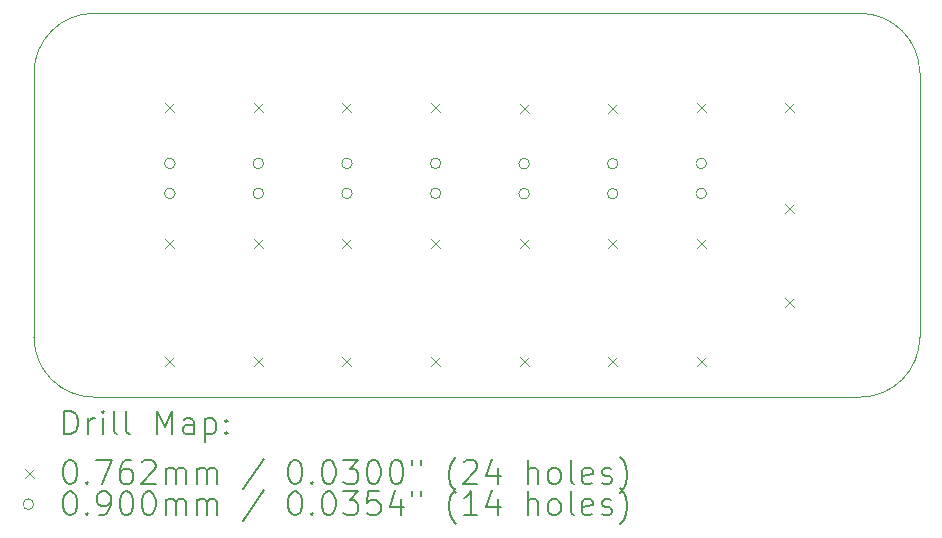
<source format=gbr>
%TF.GenerationSoftware,KiCad,Pcbnew,8.0.1-rc1*%
%TF.CreationDate,2024-04-18T22:38:42-05:00*%
%TF.ProjectId,Emotion LED,456d6f74-696f-46e2-904c-45442e6b6963,rev?*%
%TF.SameCoordinates,Original*%
%TF.FileFunction,Drillmap*%
%TF.FilePolarity,Positive*%
%FSLAX45Y45*%
G04 Gerber Fmt 4.5, Leading zero omitted, Abs format (unit mm)*
G04 Created by KiCad (PCBNEW 8.0.1-rc1) date 2024-04-18 22:38:42*
%MOMM*%
%LPD*%
G01*
G04 APERTURE LIST*
%ADD10C,0.050000*%
%ADD11C,0.200000*%
%ADD12C,0.100000*%
G04 APERTURE END LIST*
D10*
X10542000Y-5800000D02*
X4058000Y-5800000D01*
X11050000Y-3058000D02*
X11050000Y-5292000D01*
X4058000Y-2550000D02*
X10542000Y-2550000D01*
X3550000Y-5292000D02*
X3550000Y-3058000D01*
X11050000Y-5292000D02*
G75*
G02*
X10542000Y-5800000I-508000J0D01*
G01*
X10542000Y-2550000D02*
G75*
G02*
X11050000Y-3058000I0J-508000D01*
G01*
X4058000Y-5800000D02*
G75*
G02*
X3550000Y-5292000I0J508000D01*
G01*
X3550000Y-3058000D02*
G75*
G02*
X4058000Y-2550000I508000J0D01*
G01*
D11*
D12*
X4661900Y-3311900D02*
X4738100Y-3388100D01*
X4738100Y-3311900D02*
X4661900Y-3388100D01*
X4661900Y-4461900D02*
X4738100Y-4538100D01*
X4738100Y-4461900D02*
X4661900Y-4538100D01*
X4661900Y-5461900D02*
X4738100Y-5538100D01*
X4738100Y-5461900D02*
X4661900Y-5538100D01*
X5411900Y-3311900D02*
X5488100Y-3388100D01*
X5488100Y-3311900D02*
X5411900Y-3388100D01*
X5411900Y-4461900D02*
X5488100Y-4538100D01*
X5488100Y-4461900D02*
X5411900Y-4538100D01*
X5411900Y-5461900D02*
X5488100Y-5538100D01*
X5488100Y-5461900D02*
X5411900Y-5538100D01*
X6161900Y-3311900D02*
X6238100Y-3388100D01*
X6238100Y-3311900D02*
X6161900Y-3388100D01*
X6161900Y-4461900D02*
X6238100Y-4538100D01*
X6238100Y-4461900D02*
X6161900Y-4538100D01*
X6161900Y-5461900D02*
X6238100Y-5538100D01*
X6238100Y-5461900D02*
X6161900Y-5538100D01*
X6911900Y-3311900D02*
X6988100Y-3388100D01*
X6988100Y-3311900D02*
X6911900Y-3388100D01*
X6911900Y-4461900D02*
X6988100Y-4538100D01*
X6988100Y-4461900D02*
X6911900Y-4538100D01*
X6911900Y-5461900D02*
X6988100Y-5538100D01*
X6988100Y-5461900D02*
X6911900Y-5538100D01*
X7661900Y-3314400D02*
X7738100Y-3390600D01*
X7738100Y-3314400D02*
X7661900Y-3390600D01*
X7661900Y-4464400D02*
X7738100Y-4540600D01*
X7738100Y-4464400D02*
X7661900Y-4540600D01*
X7661900Y-5464400D02*
X7738100Y-5540600D01*
X7738100Y-5464400D02*
X7661900Y-5540600D01*
X8411900Y-3314400D02*
X8488100Y-3390600D01*
X8488100Y-3314400D02*
X8411900Y-3390600D01*
X8411900Y-4464400D02*
X8488100Y-4540600D01*
X8488100Y-4464400D02*
X8411900Y-4540600D01*
X8411900Y-5464400D02*
X8488100Y-5540600D01*
X8488100Y-5464400D02*
X8411900Y-5540600D01*
X9161900Y-3311900D02*
X9238100Y-3388100D01*
X9238100Y-3311900D02*
X9161900Y-3388100D01*
X9161900Y-4461900D02*
X9238100Y-4538100D01*
X9238100Y-4461900D02*
X9161900Y-4538100D01*
X9161900Y-5461900D02*
X9238100Y-5538100D01*
X9238100Y-5461900D02*
X9161900Y-5538100D01*
X9911900Y-3311900D02*
X9988100Y-3388100D01*
X9988100Y-3311900D02*
X9911900Y-3388100D01*
X9911900Y-4161900D02*
X9988100Y-4238100D01*
X9988100Y-4161900D02*
X9911900Y-4238100D01*
X9911900Y-4961900D02*
X9988100Y-5038100D01*
X9988100Y-4961900D02*
X9911900Y-5038100D01*
X4745000Y-3821000D02*
G75*
G02*
X4655000Y-3821000I-45000J0D01*
G01*
X4655000Y-3821000D02*
G75*
G02*
X4745000Y-3821000I45000J0D01*
G01*
X4745000Y-4075000D02*
G75*
G02*
X4655000Y-4075000I-45000J0D01*
G01*
X4655000Y-4075000D02*
G75*
G02*
X4745000Y-4075000I45000J0D01*
G01*
X5495000Y-3821000D02*
G75*
G02*
X5405000Y-3821000I-45000J0D01*
G01*
X5405000Y-3821000D02*
G75*
G02*
X5495000Y-3821000I45000J0D01*
G01*
X5495000Y-4075000D02*
G75*
G02*
X5405000Y-4075000I-45000J0D01*
G01*
X5405000Y-4075000D02*
G75*
G02*
X5495000Y-4075000I45000J0D01*
G01*
X6245000Y-3821000D02*
G75*
G02*
X6155000Y-3821000I-45000J0D01*
G01*
X6155000Y-3821000D02*
G75*
G02*
X6245000Y-3821000I45000J0D01*
G01*
X6245000Y-4075000D02*
G75*
G02*
X6155000Y-4075000I-45000J0D01*
G01*
X6155000Y-4075000D02*
G75*
G02*
X6245000Y-4075000I45000J0D01*
G01*
X6995000Y-3821000D02*
G75*
G02*
X6905000Y-3821000I-45000J0D01*
G01*
X6905000Y-3821000D02*
G75*
G02*
X6995000Y-3821000I45000J0D01*
G01*
X6995000Y-4075000D02*
G75*
G02*
X6905000Y-4075000I-45000J0D01*
G01*
X6905000Y-4075000D02*
G75*
G02*
X6995000Y-4075000I45000J0D01*
G01*
X7745000Y-3823500D02*
G75*
G02*
X7655000Y-3823500I-45000J0D01*
G01*
X7655000Y-3823500D02*
G75*
G02*
X7745000Y-3823500I45000J0D01*
G01*
X7745000Y-4077500D02*
G75*
G02*
X7655000Y-4077500I-45000J0D01*
G01*
X7655000Y-4077500D02*
G75*
G02*
X7745000Y-4077500I45000J0D01*
G01*
X8495000Y-3823500D02*
G75*
G02*
X8405000Y-3823500I-45000J0D01*
G01*
X8405000Y-3823500D02*
G75*
G02*
X8495000Y-3823500I45000J0D01*
G01*
X8495000Y-4077500D02*
G75*
G02*
X8405000Y-4077500I-45000J0D01*
G01*
X8405000Y-4077500D02*
G75*
G02*
X8495000Y-4077500I45000J0D01*
G01*
X9245000Y-3821000D02*
G75*
G02*
X9155000Y-3821000I-45000J0D01*
G01*
X9155000Y-3821000D02*
G75*
G02*
X9245000Y-3821000I45000J0D01*
G01*
X9245000Y-4075000D02*
G75*
G02*
X9155000Y-4075000I-45000J0D01*
G01*
X9155000Y-4075000D02*
G75*
G02*
X9245000Y-4075000I45000J0D01*
G01*
D11*
X3808277Y-6113984D02*
X3808277Y-5913984D01*
X3808277Y-5913984D02*
X3855896Y-5913984D01*
X3855896Y-5913984D02*
X3884467Y-5923508D01*
X3884467Y-5923508D02*
X3903515Y-5942555D01*
X3903515Y-5942555D02*
X3913039Y-5961603D01*
X3913039Y-5961603D02*
X3922562Y-5999698D01*
X3922562Y-5999698D02*
X3922562Y-6028269D01*
X3922562Y-6028269D02*
X3913039Y-6066365D01*
X3913039Y-6066365D02*
X3903515Y-6085412D01*
X3903515Y-6085412D02*
X3884467Y-6104460D01*
X3884467Y-6104460D02*
X3855896Y-6113984D01*
X3855896Y-6113984D02*
X3808277Y-6113984D01*
X4008277Y-6113984D02*
X4008277Y-5980650D01*
X4008277Y-6018746D02*
X4017801Y-5999698D01*
X4017801Y-5999698D02*
X4027324Y-5990174D01*
X4027324Y-5990174D02*
X4046372Y-5980650D01*
X4046372Y-5980650D02*
X4065420Y-5980650D01*
X4132086Y-6113984D02*
X4132086Y-5980650D01*
X4132086Y-5913984D02*
X4122562Y-5923508D01*
X4122562Y-5923508D02*
X4132086Y-5933031D01*
X4132086Y-5933031D02*
X4141610Y-5923508D01*
X4141610Y-5923508D02*
X4132086Y-5913984D01*
X4132086Y-5913984D02*
X4132086Y-5933031D01*
X4255896Y-6113984D02*
X4236848Y-6104460D01*
X4236848Y-6104460D02*
X4227324Y-6085412D01*
X4227324Y-6085412D02*
X4227324Y-5913984D01*
X4360658Y-6113984D02*
X4341610Y-6104460D01*
X4341610Y-6104460D02*
X4332086Y-6085412D01*
X4332086Y-6085412D02*
X4332086Y-5913984D01*
X4589229Y-6113984D02*
X4589229Y-5913984D01*
X4589229Y-5913984D02*
X4655896Y-6056841D01*
X4655896Y-6056841D02*
X4722563Y-5913984D01*
X4722563Y-5913984D02*
X4722563Y-6113984D01*
X4903515Y-6113984D02*
X4903515Y-6009222D01*
X4903515Y-6009222D02*
X4893991Y-5990174D01*
X4893991Y-5990174D02*
X4874944Y-5980650D01*
X4874944Y-5980650D02*
X4836848Y-5980650D01*
X4836848Y-5980650D02*
X4817801Y-5990174D01*
X4903515Y-6104460D02*
X4884467Y-6113984D01*
X4884467Y-6113984D02*
X4836848Y-6113984D01*
X4836848Y-6113984D02*
X4817801Y-6104460D01*
X4817801Y-6104460D02*
X4808277Y-6085412D01*
X4808277Y-6085412D02*
X4808277Y-6066365D01*
X4808277Y-6066365D02*
X4817801Y-6047317D01*
X4817801Y-6047317D02*
X4836848Y-6037793D01*
X4836848Y-6037793D02*
X4884467Y-6037793D01*
X4884467Y-6037793D02*
X4903515Y-6028269D01*
X4998753Y-5980650D02*
X4998753Y-6180650D01*
X4998753Y-5990174D02*
X5017801Y-5980650D01*
X5017801Y-5980650D02*
X5055896Y-5980650D01*
X5055896Y-5980650D02*
X5074944Y-5990174D01*
X5074944Y-5990174D02*
X5084467Y-5999698D01*
X5084467Y-5999698D02*
X5093991Y-6018746D01*
X5093991Y-6018746D02*
X5093991Y-6075888D01*
X5093991Y-6075888D02*
X5084467Y-6094936D01*
X5084467Y-6094936D02*
X5074944Y-6104460D01*
X5074944Y-6104460D02*
X5055896Y-6113984D01*
X5055896Y-6113984D02*
X5017801Y-6113984D01*
X5017801Y-6113984D02*
X4998753Y-6104460D01*
X5179705Y-6094936D02*
X5189229Y-6104460D01*
X5189229Y-6104460D02*
X5179705Y-6113984D01*
X5179705Y-6113984D02*
X5170182Y-6104460D01*
X5170182Y-6104460D02*
X5179705Y-6094936D01*
X5179705Y-6094936D02*
X5179705Y-6113984D01*
X5179705Y-5990174D02*
X5189229Y-5999698D01*
X5189229Y-5999698D02*
X5179705Y-6009222D01*
X5179705Y-6009222D02*
X5170182Y-5999698D01*
X5170182Y-5999698D02*
X5179705Y-5990174D01*
X5179705Y-5990174D02*
X5179705Y-6009222D01*
D12*
X3471300Y-6404400D02*
X3547500Y-6480600D01*
X3547500Y-6404400D02*
X3471300Y-6480600D01*
D11*
X3846372Y-6333984D02*
X3865420Y-6333984D01*
X3865420Y-6333984D02*
X3884467Y-6343508D01*
X3884467Y-6343508D02*
X3893991Y-6353031D01*
X3893991Y-6353031D02*
X3903515Y-6372079D01*
X3903515Y-6372079D02*
X3913039Y-6410174D01*
X3913039Y-6410174D02*
X3913039Y-6457793D01*
X3913039Y-6457793D02*
X3903515Y-6495888D01*
X3903515Y-6495888D02*
X3893991Y-6514936D01*
X3893991Y-6514936D02*
X3884467Y-6524460D01*
X3884467Y-6524460D02*
X3865420Y-6533984D01*
X3865420Y-6533984D02*
X3846372Y-6533984D01*
X3846372Y-6533984D02*
X3827324Y-6524460D01*
X3827324Y-6524460D02*
X3817801Y-6514936D01*
X3817801Y-6514936D02*
X3808277Y-6495888D01*
X3808277Y-6495888D02*
X3798753Y-6457793D01*
X3798753Y-6457793D02*
X3798753Y-6410174D01*
X3798753Y-6410174D02*
X3808277Y-6372079D01*
X3808277Y-6372079D02*
X3817801Y-6353031D01*
X3817801Y-6353031D02*
X3827324Y-6343508D01*
X3827324Y-6343508D02*
X3846372Y-6333984D01*
X3998753Y-6514936D02*
X4008277Y-6524460D01*
X4008277Y-6524460D02*
X3998753Y-6533984D01*
X3998753Y-6533984D02*
X3989229Y-6524460D01*
X3989229Y-6524460D02*
X3998753Y-6514936D01*
X3998753Y-6514936D02*
X3998753Y-6533984D01*
X4074943Y-6333984D02*
X4208277Y-6333984D01*
X4208277Y-6333984D02*
X4122562Y-6533984D01*
X4370182Y-6333984D02*
X4332086Y-6333984D01*
X4332086Y-6333984D02*
X4313039Y-6343508D01*
X4313039Y-6343508D02*
X4303515Y-6353031D01*
X4303515Y-6353031D02*
X4284467Y-6381603D01*
X4284467Y-6381603D02*
X4274944Y-6419698D01*
X4274944Y-6419698D02*
X4274944Y-6495888D01*
X4274944Y-6495888D02*
X4284467Y-6514936D01*
X4284467Y-6514936D02*
X4293991Y-6524460D01*
X4293991Y-6524460D02*
X4313039Y-6533984D01*
X4313039Y-6533984D02*
X4351134Y-6533984D01*
X4351134Y-6533984D02*
X4370182Y-6524460D01*
X4370182Y-6524460D02*
X4379705Y-6514936D01*
X4379705Y-6514936D02*
X4389229Y-6495888D01*
X4389229Y-6495888D02*
X4389229Y-6448269D01*
X4389229Y-6448269D02*
X4379705Y-6429222D01*
X4379705Y-6429222D02*
X4370182Y-6419698D01*
X4370182Y-6419698D02*
X4351134Y-6410174D01*
X4351134Y-6410174D02*
X4313039Y-6410174D01*
X4313039Y-6410174D02*
X4293991Y-6419698D01*
X4293991Y-6419698D02*
X4284467Y-6429222D01*
X4284467Y-6429222D02*
X4274944Y-6448269D01*
X4465420Y-6353031D02*
X4474944Y-6343508D01*
X4474944Y-6343508D02*
X4493991Y-6333984D01*
X4493991Y-6333984D02*
X4541610Y-6333984D01*
X4541610Y-6333984D02*
X4560658Y-6343508D01*
X4560658Y-6343508D02*
X4570182Y-6353031D01*
X4570182Y-6353031D02*
X4579705Y-6372079D01*
X4579705Y-6372079D02*
X4579705Y-6391127D01*
X4579705Y-6391127D02*
X4570182Y-6419698D01*
X4570182Y-6419698D02*
X4455896Y-6533984D01*
X4455896Y-6533984D02*
X4579705Y-6533984D01*
X4665420Y-6533984D02*
X4665420Y-6400650D01*
X4665420Y-6419698D02*
X4674944Y-6410174D01*
X4674944Y-6410174D02*
X4693991Y-6400650D01*
X4693991Y-6400650D02*
X4722563Y-6400650D01*
X4722563Y-6400650D02*
X4741610Y-6410174D01*
X4741610Y-6410174D02*
X4751134Y-6429222D01*
X4751134Y-6429222D02*
X4751134Y-6533984D01*
X4751134Y-6429222D02*
X4760658Y-6410174D01*
X4760658Y-6410174D02*
X4779705Y-6400650D01*
X4779705Y-6400650D02*
X4808277Y-6400650D01*
X4808277Y-6400650D02*
X4827325Y-6410174D01*
X4827325Y-6410174D02*
X4836848Y-6429222D01*
X4836848Y-6429222D02*
X4836848Y-6533984D01*
X4932086Y-6533984D02*
X4932086Y-6400650D01*
X4932086Y-6419698D02*
X4941610Y-6410174D01*
X4941610Y-6410174D02*
X4960658Y-6400650D01*
X4960658Y-6400650D02*
X4989229Y-6400650D01*
X4989229Y-6400650D02*
X5008277Y-6410174D01*
X5008277Y-6410174D02*
X5017801Y-6429222D01*
X5017801Y-6429222D02*
X5017801Y-6533984D01*
X5017801Y-6429222D02*
X5027325Y-6410174D01*
X5027325Y-6410174D02*
X5046372Y-6400650D01*
X5046372Y-6400650D02*
X5074944Y-6400650D01*
X5074944Y-6400650D02*
X5093991Y-6410174D01*
X5093991Y-6410174D02*
X5103515Y-6429222D01*
X5103515Y-6429222D02*
X5103515Y-6533984D01*
X5493991Y-6324460D02*
X5322563Y-6581603D01*
X5751134Y-6333984D02*
X5770182Y-6333984D01*
X5770182Y-6333984D02*
X5789229Y-6343508D01*
X5789229Y-6343508D02*
X5798753Y-6353031D01*
X5798753Y-6353031D02*
X5808277Y-6372079D01*
X5808277Y-6372079D02*
X5817801Y-6410174D01*
X5817801Y-6410174D02*
X5817801Y-6457793D01*
X5817801Y-6457793D02*
X5808277Y-6495888D01*
X5808277Y-6495888D02*
X5798753Y-6514936D01*
X5798753Y-6514936D02*
X5789229Y-6524460D01*
X5789229Y-6524460D02*
X5770182Y-6533984D01*
X5770182Y-6533984D02*
X5751134Y-6533984D01*
X5751134Y-6533984D02*
X5732086Y-6524460D01*
X5732086Y-6524460D02*
X5722563Y-6514936D01*
X5722563Y-6514936D02*
X5713039Y-6495888D01*
X5713039Y-6495888D02*
X5703515Y-6457793D01*
X5703515Y-6457793D02*
X5703515Y-6410174D01*
X5703515Y-6410174D02*
X5713039Y-6372079D01*
X5713039Y-6372079D02*
X5722563Y-6353031D01*
X5722563Y-6353031D02*
X5732086Y-6343508D01*
X5732086Y-6343508D02*
X5751134Y-6333984D01*
X5903515Y-6514936D02*
X5913039Y-6524460D01*
X5913039Y-6524460D02*
X5903515Y-6533984D01*
X5903515Y-6533984D02*
X5893991Y-6524460D01*
X5893991Y-6524460D02*
X5903515Y-6514936D01*
X5903515Y-6514936D02*
X5903515Y-6533984D01*
X6036848Y-6333984D02*
X6055896Y-6333984D01*
X6055896Y-6333984D02*
X6074944Y-6343508D01*
X6074944Y-6343508D02*
X6084467Y-6353031D01*
X6084467Y-6353031D02*
X6093991Y-6372079D01*
X6093991Y-6372079D02*
X6103515Y-6410174D01*
X6103515Y-6410174D02*
X6103515Y-6457793D01*
X6103515Y-6457793D02*
X6093991Y-6495888D01*
X6093991Y-6495888D02*
X6084467Y-6514936D01*
X6084467Y-6514936D02*
X6074944Y-6524460D01*
X6074944Y-6524460D02*
X6055896Y-6533984D01*
X6055896Y-6533984D02*
X6036848Y-6533984D01*
X6036848Y-6533984D02*
X6017801Y-6524460D01*
X6017801Y-6524460D02*
X6008277Y-6514936D01*
X6008277Y-6514936D02*
X5998753Y-6495888D01*
X5998753Y-6495888D02*
X5989229Y-6457793D01*
X5989229Y-6457793D02*
X5989229Y-6410174D01*
X5989229Y-6410174D02*
X5998753Y-6372079D01*
X5998753Y-6372079D02*
X6008277Y-6353031D01*
X6008277Y-6353031D02*
X6017801Y-6343508D01*
X6017801Y-6343508D02*
X6036848Y-6333984D01*
X6170182Y-6333984D02*
X6293991Y-6333984D01*
X6293991Y-6333984D02*
X6227325Y-6410174D01*
X6227325Y-6410174D02*
X6255896Y-6410174D01*
X6255896Y-6410174D02*
X6274944Y-6419698D01*
X6274944Y-6419698D02*
X6284467Y-6429222D01*
X6284467Y-6429222D02*
X6293991Y-6448269D01*
X6293991Y-6448269D02*
X6293991Y-6495888D01*
X6293991Y-6495888D02*
X6284467Y-6514936D01*
X6284467Y-6514936D02*
X6274944Y-6524460D01*
X6274944Y-6524460D02*
X6255896Y-6533984D01*
X6255896Y-6533984D02*
X6198753Y-6533984D01*
X6198753Y-6533984D02*
X6179706Y-6524460D01*
X6179706Y-6524460D02*
X6170182Y-6514936D01*
X6417801Y-6333984D02*
X6436848Y-6333984D01*
X6436848Y-6333984D02*
X6455896Y-6343508D01*
X6455896Y-6343508D02*
X6465420Y-6353031D01*
X6465420Y-6353031D02*
X6474944Y-6372079D01*
X6474944Y-6372079D02*
X6484467Y-6410174D01*
X6484467Y-6410174D02*
X6484467Y-6457793D01*
X6484467Y-6457793D02*
X6474944Y-6495888D01*
X6474944Y-6495888D02*
X6465420Y-6514936D01*
X6465420Y-6514936D02*
X6455896Y-6524460D01*
X6455896Y-6524460D02*
X6436848Y-6533984D01*
X6436848Y-6533984D02*
X6417801Y-6533984D01*
X6417801Y-6533984D02*
X6398753Y-6524460D01*
X6398753Y-6524460D02*
X6389229Y-6514936D01*
X6389229Y-6514936D02*
X6379706Y-6495888D01*
X6379706Y-6495888D02*
X6370182Y-6457793D01*
X6370182Y-6457793D02*
X6370182Y-6410174D01*
X6370182Y-6410174D02*
X6379706Y-6372079D01*
X6379706Y-6372079D02*
X6389229Y-6353031D01*
X6389229Y-6353031D02*
X6398753Y-6343508D01*
X6398753Y-6343508D02*
X6417801Y-6333984D01*
X6608277Y-6333984D02*
X6627325Y-6333984D01*
X6627325Y-6333984D02*
X6646372Y-6343508D01*
X6646372Y-6343508D02*
X6655896Y-6353031D01*
X6655896Y-6353031D02*
X6665420Y-6372079D01*
X6665420Y-6372079D02*
X6674944Y-6410174D01*
X6674944Y-6410174D02*
X6674944Y-6457793D01*
X6674944Y-6457793D02*
X6665420Y-6495888D01*
X6665420Y-6495888D02*
X6655896Y-6514936D01*
X6655896Y-6514936D02*
X6646372Y-6524460D01*
X6646372Y-6524460D02*
X6627325Y-6533984D01*
X6627325Y-6533984D02*
X6608277Y-6533984D01*
X6608277Y-6533984D02*
X6589229Y-6524460D01*
X6589229Y-6524460D02*
X6579706Y-6514936D01*
X6579706Y-6514936D02*
X6570182Y-6495888D01*
X6570182Y-6495888D02*
X6560658Y-6457793D01*
X6560658Y-6457793D02*
X6560658Y-6410174D01*
X6560658Y-6410174D02*
X6570182Y-6372079D01*
X6570182Y-6372079D02*
X6579706Y-6353031D01*
X6579706Y-6353031D02*
X6589229Y-6343508D01*
X6589229Y-6343508D02*
X6608277Y-6333984D01*
X6751134Y-6333984D02*
X6751134Y-6372079D01*
X6827325Y-6333984D02*
X6827325Y-6372079D01*
X7122563Y-6610174D02*
X7113039Y-6600650D01*
X7113039Y-6600650D02*
X7093991Y-6572079D01*
X7093991Y-6572079D02*
X7084468Y-6553031D01*
X7084468Y-6553031D02*
X7074944Y-6524460D01*
X7074944Y-6524460D02*
X7065420Y-6476841D01*
X7065420Y-6476841D02*
X7065420Y-6438746D01*
X7065420Y-6438746D02*
X7074944Y-6391127D01*
X7074944Y-6391127D02*
X7084468Y-6362555D01*
X7084468Y-6362555D02*
X7093991Y-6343508D01*
X7093991Y-6343508D02*
X7113039Y-6314936D01*
X7113039Y-6314936D02*
X7122563Y-6305412D01*
X7189229Y-6353031D02*
X7198753Y-6343508D01*
X7198753Y-6343508D02*
X7217801Y-6333984D01*
X7217801Y-6333984D02*
X7265420Y-6333984D01*
X7265420Y-6333984D02*
X7284468Y-6343508D01*
X7284468Y-6343508D02*
X7293991Y-6353031D01*
X7293991Y-6353031D02*
X7303515Y-6372079D01*
X7303515Y-6372079D02*
X7303515Y-6391127D01*
X7303515Y-6391127D02*
X7293991Y-6419698D01*
X7293991Y-6419698D02*
X7179706Y-6533984D01*
X7179706Y-6533984D02*
X7303515Y-6533984D01*
X7474944Y-6400650D02*
X7474944Y-6533984D01*
X7427325Y-6324460D02*
X7379706Y-6467317D01*
X7379706Y-6467317D02*
X7503515Y-6467317D01*
X7732087Y-6533984D02*
X7732087Y-6333984D01*
X7817801Y-6533984D02*
X7817801Y-6429222D01*
X7817801Y-6429222D02*
X7808277Y-6410174D01*
X7808277Y-6410174D02*
X7789230Y-6400650D01*
X7789230Y-6400650D02*
X7760658Y-6400650D01*
X7760658Y-6400650D02*
X7741610Y-6410174D01*
X7741610Y-6410174D02*
X7732087Y-6419698D01*
X7941610Y-6533984D02*
X7922563Y-6524460D01*
X7922563Y-6524460D02*
X7913039Y-6514936D01*
X7913039Y-6514936D02*
X7903515Y-6495888D01*
X7903515Y-6495888D02*
X7903515Y-6438746D01*
X7903515Y-6438746D02*
X7913039Y-6419698D01*
X7913039Y-6419698D02*
X7922563Y-6410174D01*
X7922563Y-6410174D02*
X7941610Y-6400650D01*
X7941610Y-6400650D02*
X7970182Y-6400650D01*
X7970182Y-6400650D02*
X7989230Y-6410174D01*
X7989230Y-6410174D02*
X7998753Y-6419698D01*
X7998753Y-6419698D02*
X8008277Y-6438746D01*
X8008277Y-6438746D02*
X8008277Y-6495888D01*
X8008277Y-6495888D02*
X7998753Y-6514936D01*
X7998753Y-6514936D02*
X7989230Y-6524460D01*
X7989230Y-6524460D02*
X7970182Y-6533984D01*
X7970182Y-6533984D02*
X7941610Y-6533984D01*
X8122563Y-6533984D02*
X8103515Y-6524460D01*
X8103515Y-6524460D02*
X8093991Y-6505412D01*
X8093991Y-6505412D02*
X8093991Y-6333984D01*
X8274944Y-6524460D02*
X8255896Y-6533984D01*
X8255896Y-6533984D02*
X8217801Y-6533984D01*
X8217801Y-6533984D02*
X8198753Y-6524460D01*
X8198753Y-6524460D02*
X8189230Y-6505412D01*
X8189230Y-6505412D02*
X8189230Y-6429222D01*
X8189230Y-6429222D02*
X8198753Y-6410174D01*
X8198753Y-6410174D02*
X8217801Y-6400650D01*
X8217801Y-6400650D02*
X8255896Y-6400650D01*
X8255896Y-6400650D02*
X8274944Y-6410174D01*
X8274944Y-6410174D02*
X8284468Y-6429222D01*
X8284468Y-6429222D02*
X8284468Y-6448269D01*
X8284468Y-6448269D02*
X8189230Y-6467317D01*
X8360658Y-6524460D02*
X8379706Y-6533984D01*
X8379706Y-6533984D02*
X8417801Y-6533984D01*
X8417801Y-6533984D02*
X8436849Y-6524460D01*
X8436849Y-6524460D02*
X8446373Y-6505412D01*
X8446373Y-6505412D02*
X8446373Y-6495888D01*
X8446373Y-6495888D02*
X8436849Y-6476841D01*
X8436849Y-6476841D02*
X8417801Y-6467317D01*
X8417801Y-6467317D02*
X8389230Y-6467317D01*
X8389230Y-6467317D02*
X8370182Y-6457793D01*
X8370182Y-6457793D02*
X8360658Y-6438746D01*
X8360658Y-6438746D02*
X8360658Y-6429222D01*
X8360658Y-6429222D02*
X8370182Y-6410174D01*
X8370182Y-6410174D02*
X8389230Y-6400650D01*
X8389230Y-6400650D02*
X8417801Y-6400650D01*
X8417801Y-6400650D02*
X8436849Y-6410174D01*
X8513039Y-6610174D02*
X8522563Y-6600650D01*
X8522563Y-6600650D02*
X8541611Y-6572079D01*
X8541611Y-6572079D02*
X8551134Y-6553031D01*
X8551134Y-6553031D02*
X8560658Y-6524460D01*
X8560658Y-6524460D02*
X8570182Y-6476841D01*
X8570182Y-6476841D02*
X8570182Y-6438746D01*
X8570182Y-6438746D02*
X8560658Y-6391127D01*
X8560658Y-6391127D02*
X8551134Y-6362555D01*
X8551134Y-6362555D02*
X8541611Y-6343508D01*
X8541611Y-6343508D02*
X8522563Y-6314936D01*
X8522563Y-6314936D02*
X8513039Y-6305412D01*
D12*
X3547500Y-6706500D02*
G75*
G02*
X3457500Y-6706500I-45000J0D01*
G01*
X3457500Y-6706500D02*
G75*
G02*
X3547500Y-6706500I45000J0D01*
G01*
D11*
X3846372Y-6597984D02*
X3865420Y-6597984D01*
X3865420Y-6597984D02*
X3884467Y-6607508D01*
X3884467Y-6607508D02*
X3893991Y-6617031D01*
X3893991Y-6617031D02*
X3903515Y-6636079D01*
X3903515Y-6636079D02*
X3913039Y-6674174D01*
X3913039Y-6674174D02*
X3913039Y-6721793D01*
X3913039Y-6721793D02*
X3903515Y-6759888D01*
X3903515Y-6759888D02*
X3893991Y-6778936D01*
X3893991Y-6778936D02*
X3884467Y-6788460D01*
X3884467Y-6788460D02*
X3865420Y-6797984D01*
X3865420Y-6797984D02*
X3846372Y-6797984D01*
X3846372Y-6797984D02*
X3827324Y-6788460D01*
X3827324Y-6788460D02*
X3817801Y-6778936D01*
X3817801Y-6778936D02*
X3808277Y-6759888D01*
X3808277Y-6759888D02*
X3798753Y-6721793D01*
X3798753Y-6721793D02*
X3798753Y-6674174D01*
X3798753Y-6674174D02*
X3808277Y-6636079D01*
X3808277Y-6636079D02*
X3817801Y-6617031D01*
X3817801Y-6617031D02*
X3827324Y-6607508D01*
X3827324Y-6607508D02*
X3846372Y-6597984D01*
X3998753Y-6778936D02*
X4008277Y-6788460D01*
X4008277Y-6788460D02*
X3998753Y-6797984D01*
X3998753Y-6797984D02*
X3989229Y-6788460D01*
X3989229Y-6788460D02*
X3998753Y-6778936D01*
X3998753Y-6778936D02*
X3998753Y-6797984D01*
X4103515Y-6797984D02*
X4141610Y-6797984D01*
X4141610Y-6797984D02*
X4160658Y-6788460D01*
X4160658Y-6788460D02*
X4170182Y-6778936D01*
X4170182Y-6778936D02*
X4189229Y-6750365D01*
X4189229Y-6750365D02*
X4198753Y-6712269D01*
X4198753Y-6712269D02*
X4198753Y-6636079D01*
X4198753Y-6636079D02*
X4189229Y-6617031D01*
X4189229Y-6617031D02*
X4179705Y-6607508D01*
X4179705Y-6607508D02*
X4160658Y-6597984D01*
X4160658Y-6597984D02*
X4122562Y-6597984D01*
X4122562Y-6597984D02*
X4103515Y-6607508D01*
X4103515Y-6607508D02*
X4093991Y-6617031D01*
X4093991Y-6617031D02*
X4084467Y-6636079D01*
X4084467Y-6636079D02*
X4084467Y-6683698D01*
X4084467Y-6683698D02*
X4093991Y-6702746D01*
X4093991Y-6702746D02*
X4103515Y-6712269D01*
X4103515Y-6712269D02*
X4122562Y-6721793D01*
X4122562Y-6721793D02*
X4160658Y-6721793D01*
X4160658Y-6721793D02*
X4179705Y-6712269D01*
X4179705Y-6712269D02*
X4189229Y-6702746D01*
X4189229Y-6702746D02*
X4198753Y-6683698D01*
X4322563Y-6597984D02*
X4341610Y-6597984D01*
X4341610Y-6597984D02*
X4360658Y-6607508D01*
X4360658Y-6607508D02*
X4370182Y-6617031D01*
X4370182Y-6617031D02*
X4379705Y-6636079D01*
X4379705Y-6636079D02*
X4389229Y-6674174D01*
X4389229Y-6674174D02*
X4389229Y-6721793D01*
X4389229Y-6721793D02*
X4379705Y-6759888D01*
X4379705Y-6759888D02*
X4370182Y-6778936D01*
X4370182Y-6778936D02*
X4360658Y-6788460D01*
X4360658Y-6788460D02*
X4341610Y-6797984D01*
X4341610Y-6797984D02*
X4322563Y-6797984D01*
X4322563Y-6797984D02*
X4303515Y-6788460D01*
X4303515Y-6788460D02*
X4293991Y-6778936D01*
X4293991Y-6778936D02*
X4284467Y-6759888D01*
X4284467Y-6759888D02*
X4274944Y-6721793D01*
X4274944Y-6721793D02*
X4274944Y-6674174D01*
X4274944Y-6674174D02*
X4284467Y-6636079D01*
X4284467Y-6636079D02*
X4293991Y-6617031D01*
X4293991Y-6617031D02*
X4303515Y-6607508D01*
X4303515Y-6607508D02*
X4322563Y-6597984D01*
X4513039Y-6597984D02*
X4532086Y-6597984D01*
X4532086Y-6597984D02*
X4551134Y-6607508D01*
X4551134Y-6607508D02*
X4560658Y-6617031D01*
X4560658Y-6617031D02*
X4570182Y-6636079D01*
X4570182Y-6636079D02*
X4579705Y-6674174D01*
X4579705Y-6674174D02*
X4579705Y-6721793D01*
X4579705Y-6721793D02*
X4570182Y-6759888D01*
X4570182Y-6759888D02*
X4560658Y-6778936D01*
X4560658Y-6778936D02*
X4551134Y-6788460D01*
X4551134Y-6788460D02*
X4532086Y-6797984D01*
X4532086Y-6797984D02*
X4513039Y-6797984D01*
X4513039Y-6797984D02*
X4493991Y-6788460D01*
X4493991Y-6788460D02*
X4484467Y-6778936D01*
X4484467Y-6778936D02*
X4474944Y-6759888D01*
X4474944Y-6759888D02*
X4465420Y-6721793D01*
X4465420Y-6721793D02*
X4465420Y-6674174D01*
X4465420Y-6674174D02*
X4474944Y-6636079D01*
X4474944Y-6636079D02*
X4484467Y-6617031D01*
X4484467Y-6617031D02*
X4493991Y-6607508D01*
X4493991Y-6607508D02*
X4513039Y-6597984D01*
X4665420Y-6797984D02*
X4665420Y-6664650D01*
X4665420Y-6683698D02*
X4674944Y-6674174D01*
X4674944Y-6674174D02*
X4693991Y-6664650D01*
X4693991Y-6664650D02*
X4722563Y-6664650D01*
X4722563Y-6664650D02*
X4741610Y-6674174D01*
X4741610Y-6674174D02*
X4751134Y-6693222D01*
X4751134Y-6693222D02*
X4751134Y-6797984D01*
X4751134Y-6693222D02*
X4760658Y-6674174D01*
X4760658Y-6674174D02*
X4779705Y-6664650D01*
X4779705Y-6664650D02*
X4808277Y-6664650D01*
X4808277Y-6664650D02*
X4827325Y-6674174D01*
X4827325Y-6674174D02*
X4836848Y-6693222D01*
X4836848Y-6693222D02*
X4836848Y-6797984D01*
X4932086Y-6797984D02*
X4932086Y-6664650D01*
X4932086Y-6683698D02*
X4941610Y-6674174D01*
X4941610Y-6674174D02*
X4960658Y-6664650D01*
X4960658Y-6664650D02*
X4989229Y-6664650D01*
X4989229Y-6664650D02*
X5008277Y-6674174D01*
X5008277Y-6674174D02*
X5017801Y-6693222D01*
X5017801Y-6693222D02*
X5017801Y-6797984D01*
X5017801Y-6693222D02*
X5027325Y-6674174D01*
X5027325Y-6674174D02*
X5046372Y-6664650D01*
X5046372Y-6664650D02*
X5074944Y-6664650D01*
X5074944Y-6664650D02*
X5093991Y-6674174D01*
X5093991Y-6674174D02*
X5103515Y-6693222D01*
X5103515Y-6693222D02*
X5103515Y-6797984D01*
X5493991Y-6588460D02*
X5322563Y-6845603D01*
X5751134Y-6597984D02*
X5770182Y-6597984D01*
X5770182Y-6597984D02*
X5789229Y-6607508D01*
X5789229Y-6607508D02*
X5798753Y-6617031D01*
X5798753Y-6617031D02*
X5808277Y-6636079D01*
X5808277Y-6636079D02*
X5817801Y-6674174D01*
X5817801Y-6674174D02*
X5817801Y-6721793D01*
X5817801Y-6721793D02*
X5808277Y-6759888D01*
X5808277Y-6759888D02*
X5798753Y-6778936D01*
X5798753Y-6778936D02*
X5789229Y-6788460D01*
X5789229Y-6788460D02*
X5770182Y-6797984D01*
X5770182Y-6797984D02*
X5751134Y-6797984D01*
X5751134Y-6797984D02*
X5732086Y-6788460D01*
X5732086Y-6788460D02*
X5722563Y-6778936D01*
X5722563Y-6778936D02*
X5713039Y-6759888D01*
X5713039Y-6759888D02*
X5703515Y-6721793D01*
X5703515Y-6721793D02*
X5703515Y-6674174D01*
X5703515Y-6674174D02*
X5713039Y-6636079D01*
X5713039Y-6636079D02*
X5722563Y-6617031D01*
X5722563Y-6617031D02*
X5732086Y-6607508D01*
X5732086Y-6607508D02*
X5751134Y-6597984D01*
X5903515Y-6778936D02*
X5913039Y-6788460D01*
X5913039Y-6788460D02*
X5903515Y-6797984D01*
X5903515Y-6797984D02*
X5893991Y-6788460D01*
X5893991Y-6788460D02*
X5903515Y-6778936D01*
X5903515Y-6778936D02*
X5903515Y-6797984D01*
X6036848Y-6597984D02*
X6055896Y-6597984D01*
X6055896Y-6597984D02*
X6074944Y-6607508D01*
X6074944Y-6607508D02*
X6084467Y-6617031D01*
X6084467Y-6617031D02*
X6093991Y-6636079D01*
X6093991Y-6636079D02*
X6103515Y-6674174D01*
X6103515Y-6674174D02*
X6103515Y-6721793D01*
X6103515Y-6721793D02*
X6093991Y-6759888D01*
X6093991Y-6759888D02*
X6084467Y-6778936D01*
X6084467Y-6778936D02*
X6074944Y-6788460D01*
X6074944Y-6788460D02*
X6055896Y-6797984D01*
X6055896Y-6797984D02*
X6036848Y-6797984D01*
X6036848Y-6797984D02*
X6017801Y-6788460D01*
X6017801Y-6788460D02*
X6008277Y-6778936D01*
X6008277Y-6778936D02*
X5998753Y-6759888D01*
X5998753Y-6759888D02*
X5989229Y-6721793D01*
X5989229Y-6721793D02*
X5989229Y-6674174D01*
X5989229Y-6674174D02*
X5998753Y-6636079D01*
X5998753Y-6636079D02*
X6008277Y-6617031D01*
X6008277Y-6617031D02*
X6017801Y-6607508D01*
X6017801Y-6607508D02*
X6036848Y-6597984D01*
X6170182Y-6597984D02*
X6293991Y-6597984D01*
X6293991Y-6597984D02*
X6227325Y-6674174D01*
X6227325Y-6674174D02*
X6255896Y-6674174D01*
X6255896Y-6674174D02*
X6274944Y-6683698D01*
X6274944Y-6683698D02*
X6284467Y-6693222D01*
X6284467Y-6693222D02*
X6293991Y-6712269D01*
X6293991Y-6712269D02*
X6293991Y-6759888D01*
X6293991Y-6759888D02*
X6284467Y-6778936D01*
X6284467Y-6778936D02*
X6274944Y-6788460D01*
X6274944Y-6788460D02*
X6255896Y-6797984D01*
X6255896Y-6797984D02*
X6198753Y-6797984D01*
X6198753Y-6797984D02*
X6179706Y-6788460D01*
X6179706Y-6788460D02*
X6170182Y-6778936D01*
X6474944Y-6597984D02*
X6379706Y-6597984D01*
X6379706Y-6597984D02*
X6370182Y-6693222D01*
X6370182Y-6693222D02*
X6379706Y-6683698D01*
X6379706Y-6683698D02*
X6398753Y-6674174D01*
X6398753Y-6674174D02*
X6446372Y-6674174D01*
X6446372Y-6674174D02*
X6465420Y-6683698D01*
X6465420Y-6683698D02*
X6474944Y-6693222D01*
X6474944Y-6693222D02*
X6484467Y-6712269D01*
X6484467Y-6712269D02*
X6484467Y-6759888D01*
X6484467Y-6759888D02*
X6474944Y-6778936D01*
X6474944Y-6778936D02*
X6465420Y-6788460D01*
X6465420Y-6788460D02*
X6446372Y-6797984D01*
X6446372Y-6797984D02*
X6398753Y-6797984D01*
X6398753Y-6797984D02*
X6379706Y-6788460D01*
X6379706Y-6788460D02*
X6370182Y-6778936D01*
X6655896Y-6664650D02*
X6655896Y-6797984D01*
X6608277Y-6588460D02*
X6560658Y-6731317D01*
X6560658Y-6731317D02*
X6684467Y-6731317D01*
X6751134Y-6597984D02*
X6751134Y-6636079D01*
X6827325Y-6597984D02*
X6827325Y-6636079D01*
X7122563Y-6874174D02*
X7113039Y-6864650D01*
X7113039Y-6864650D02*
X7093991Y-6836079D01*
X7093991Y-6836079D02*
X7084468Y-6817031D01*
X7084468Y-6817031D02*
X7074944Y-6788460D01*
X7074944Y-6788460D02*
X7065420Y-6740841D01*
X7065420Y-6740841D02*
X7065420Y-6702746D01*
X7065420Y-6702746D02*
X7074944Y-6655127D01*
X7074944Y-6655127D02*
X7084468Y-6626555D01*
X7084468Y-6626555D02*
X7093991Y-6607508D01*
X7093991Y-6607508D02*
X7113039Y-6578936D01*
X7113039Y-6578936D02*
X7122563Y-6569412D01*
X7303515Y-6797984D02*
X7189229Y-6797984D01*
X7246372Y-6797984D02*
X7246372Y-6597984D01*
X7246372Y-6597984D02*
X7227325Y-6626555D01*
X7227325Y-6626555D02*
X7208277Y-6645603D01*
X7208277Y-6645603D02*
X7189229Y-6655127D01*
X7474944Y-6664650D02*
X7474944Y-6797984D01*
X7427325Y-6588460D02*
X7379706Y-6731317D01*
X7379706Y-6731317D02*
X7503515Y-6731317D01*
X7732087Y-6797984D02*
X7732087Y-6597984D01*
X7817801Y-6797984D02*
X7817801Y-6693222D01*
X7817801Y-6693222D02*
X7808277Y-6674174D01*
X7808277Y-6674174D02*
X7789230Y-6664650D01*
X7789230Y-6664650D02*
X7760658Y-6664650D01*
X7760658Y-6664650D02*
X7741610Y-6674174D01*
X7741610Y-6674174D02*
X7732087Y-6683698D01*
X7941610Y-6797984D02*
X7922563Y-6788460D01*
X7922563Y-6788460D02*
X7913039Y-6778936D01*
X7913039Y-6778936D02*
X7903515Y-6759888D01*
X7903515Y-6759888D02*
X7903515Y-6702746D01*
X7903515Y-6702746D02*
X7913039Y-6683698D01*
X7913039Y-6683698D02*
X7922563Y-6674174D01*
X7922563Y-6674174D02*
X7941610Y-6664650D01*
X7941610Y-6664650D02*
X7970182Y-6664650D01*
X7970182Y-6664650D02*
X7989230Y-6674174D01*
X7989230Y-6674174D02*
X7998753Y-6683698D01*
X7998753Y-6683698D02*
X8008277Y-6702746D01*
X8008277Y-6702746D02*
X8008277Y-6759888D01*
X8008277Y-6759888D02*
X7998753Y-6778936D01*
X7998753Y-6778936D02*
X7989230Y-6788460D01*
X7989230Y-6788460D02*
X7970182Y-6797984D01*
X7970182Y-6797984D02*
X7941610Y-6797984D01*
X8122563Y-6797984D02*
X8103515Y-6788460D01*
X8103515Y-6788460D02*
X8093991Y-6769412D01*
X8093991Y-6769412D02*
X8093991Y-6597984D01*
X8274944Y-6788460D02*
X8255896Y-6797984D01*
X8255896Y-6797984D02*
X8217801Y-6797984D01*
X8217801Y-6797984D02*
X8198753Y-6788460D01*
X8198753Y-6788460D02*
X8189230Y-6769412D01*
X8189230Y-6769412D02*
X8189230Y-6693222D01*
X8189230Y-6693222D02*
X8198753Y-6674174D01*
X8198753Y-6674174D02*
X8217801Y-6664650D01*
X8217801Y-6664650D02*
X8255896Y-6664650D01*
X8255896Y-6664650D02*
X8274944Y-6674174D01*
X8274944Y-6674174D02*
X8284468Y-6693222D01*
X8284468Y-6693222D02*
X8284468Y-6712269D01*
X8284468Y-6712269D02*
X8189230Y-6731317D01*
X8360658Y-6788460D02*
X8379706Y-6797984D01*
X8379706Y-6797984D02*
X8417801Y-6797984D01*
X8417801Y-6797984D02*
X8436849Y-6788460D01*
X8436849Y-6788460D02*
X8446373Y-6769412D01*
X8446373Y-6769412D02*
X8446373Y-6759888D01*
X8446373Y-6759888D02*
X8436849Y-6740841D01*
X8436849Y-6740841D02*
X8417801Y-6731317D01*
X8417801Y-6731317D02*
X8389230Y-6731317D01*
X8389230Y-6731317D02*
X8370182Y-6721793D01*
X8370182Y-6721793D02*
X8360658Y-6702746D01*
X8360658Y-6702746D02*
X8360658Y-6693222D01*
X8360658Y-6693222D02*
X8370182Y-6674174D01*
X8370182Y-6674174D02*
X8389230Y-6664650D01*
X8389230Y-6664650D02*
X8417801Y-6664650D01*
X8417801Y-6664650D02*
X8436849Y-6674174D01*
X8513039Y-6874174D02*
X8522563Y-6864650D01*
X8522563Y-6864650D02*
X8541611Y-6836079D01*
X8541611Y-6836079D02*
X8551134Y-6817031D01*
X8551134Y-6817031D02*
X8560658Y-6788460D01*
X8560658Y-6788460D02*
X8570182Y-6740841D01*
X8570182Y-6740841D02*
X8570182Y-6702746D01*
X8570182Y-6702746D02*
X8560658Y-6655127D01*
X8560658Y-6655127D02*
X8551134Y-6626555D01*
X8551134Y-6626555D02*
X8541611Y-6607508D01*
X8541611Y-6607508D02*
X8522563Y-6578936D01*
X8522563Y-6578936D02*
X8513039Y-6569412D01*
M02*

</source>
